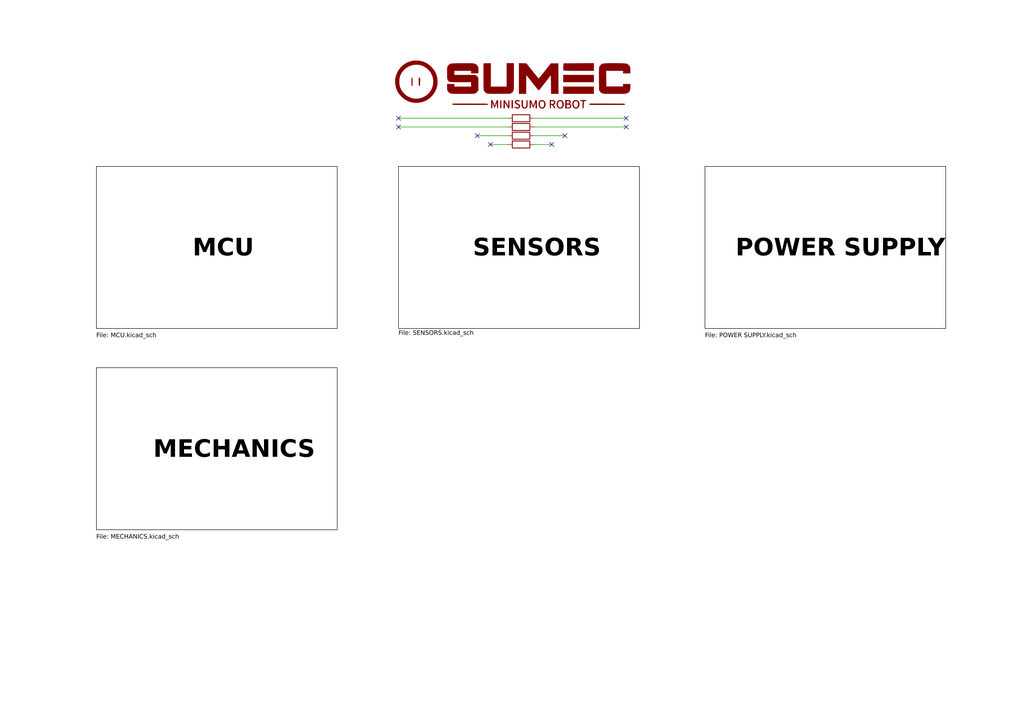
<source format=kicad_sch>
(kicad_sch (version 20230121) (generator eeschema)
  (paper "A4")
  (title_block (title "SUMEC SMD") (company "SPŠ NA PROSEKU"))
  (lib_symbols
    (symbol "Device:R" (pin_numbers hide) (pin_names (offset 0))
      (property "Reference" "R" (at 2.032 0 90))
      (property "Value" "R" (at 0 0 90))
      (symbol "R_0_1"
        (rectangle (start -1.016 -2.54) (end 1.016 2.54) (stroke (width 0.254)))
      )
      (symbol "R_1_1"
        (pin passive line (at 0 3.81 270) (length 1.27) (name "~") (number "1"))
        (pin passive line (at 0 -3.81 90) (length 1.27) (name "~") (number "2"))
      )
    )
    (symbol "some magic shit (logo):LOGO" (pin_names (offset 1.016))
      (symbol "LOGO_0_0"
        (polyline (pts (xy 24.892 -0.762) (xy 24.892 0.254) (xy 20.4893 0.254) (xy 16.0867 0.254) (xy 16.0867 -0.762) (xy 16.0867 -1.778) (xy 20.4893 -1.778) (xy 24.892 -1.778) (xy 24.892 -0.762)) (stroke (width 0.01)) (fill (type outline)))
        (polyline (pts (xy 24.892 2.6246) (xy 24.892 3.6406) (xy 20.4893 3.6406) (xy 16.0867 3.6406) (xy 16.0867 2.6246) (xy 16.0867 1.6086) (xy 20.4893 1.6086) (xy 24.892 1.6086) (xy 24.892 2.6246)) (stroke (width 0.01)) (fill (type outline)))
        (polyline (pts (xy 24.892 5.9697) (xy 24.892 7.0288) (xy 20.5105 7.0069) (xy 16.129 6.985) (xy 16.1048 6.0591) (xy 16.0992 5.7489) (xy 16.0997 5.4039) (xy 16.108 5.1483) (xy 16.1233 5.0219) (xy 16.1463 5.0024) (xy 16.2307 4.9799) (xy 16.3875 4.9612) (xy 16.6287 4.9459) (xy 16.9665 4.9339) (xy 17.4131 4.9247) (xy 17.9805 4.9181) (xy 18.6809 4.9138) (xy 19.5263 4.9114) (xy 20.529 4.9106) (xy 24.892 4.9106) (xy 24.892 5.9697)) (stroke (width 0.01)) (fill (type outline)))
        (polyline (pts (xy -27.7929 0.5106) (xy -27.7475 0.5542) (xy -27.7167 0.67) (xy -27.6979 0.8822) (xy -27.6886 1.2153) (xy -27.686 1.6933) (xy -27.6863 1.8811) (xy -27.691 2.3049) (xy -27.7034 2.5923) (xy -27.7261 2.7676) (xy -27.7618 2.8549) (xy -27.813 2.8786) (xy -27.8331 2.876) (xy -27.8785 2.8325) (xy -27.9093 2.7167) (xy -27.9281 2.5044) (xy -27.9375 2.1714) (xy -27.94 1.6933) (xy -27.9397 1.5055) (xy -27.9351 1.0817) (xy -27.9227 0.7943) (xy -27.8999 0.6191) (xy -27.8642 0.5317) (xy -27.813 0.508) (xy -27.7929 0.5106)) (stroke (width 0.01)) (fill (type outline)))
        (polyline (pts (xy -2.0542 -6.0087) (xy -2.0088 -5.9652) (xy -1.978 -5.8494) (xy -1.9593 -5.6371) (xy -1.9499 -5.3041) (xy -1.9473 -4.826) (xy -1.9476 -4.6382) (xy -1.9523 -4.2144) (xy -1.9647 -3.927) (xy -1.9874 -3.7518) (xy -2.0231 -3.6644) (xy -2.0743 -3.6407) (xy -2.0945 -3.6433) (xy -2.1399 -3.6869) (xy -2.1707 -3.8027) (xy -2.1894 -4.0149) (xy -2.1988 -4.348) (xy -2.2013 -4.826) (xy -2.2011 -5.0138) (xy -2.1964 -5.4376) (xy -2.184 -5.725) (xy -2.1613 -5.9003) (xy -2.1256 -5.9876) (xy -2.0743 -6.0114) (xy -2.0542 -6.0087)) (stroke (width 0.01)) (fill (type outline)))
        (polyline (pts (xy -25.6355 0.5376) (xy -25.5867 0.5925) (xy -25.553 0.7115) (xy -25.5303 0.9207) (xy -25.5151 1.2466) (xy -25.5035 1.7155) (xy -25.5016 1.8092) (xy -25.4945 2.2456) (xy -25.4958 2.5436) (xy -25.5088 2.7297) (xy -25.5368 2.83) (xy -25.5833 2.8709) (xy -25.6516 2.8786) (xy -25.6681 2.8784) (xy -25.7311 2.8651) (xy -25.7743 2.8123) (xy -25.8014 2.6941) (xy -25.8161 2.4844) (xy -25.8222 2.1575) (xy -25.8233 1.6871) (xy -25.822 1.2475) (xy -25.8156 0.9099) (xy -25.8009 0.6938) (xy -25.7747 0.574) (xy -25.7338 0.5258) (xy -25.6752 0.524) (xy -25.6355 0.5376)) (stroke (width 0.01)) (fill (type outline)))
        (polyline (pts (xy 1.2862 -6.0112) (xy 1.3504 -5.9995) (xy 1.3934 -5.95) (xy 1.4186 -5.8364) (xy 1.4292 -5.6325) (xy 1.4288 -5.3118) (xy 1.4205 -4.8482) (xy 1.4135 -4.5376) (xy 1.4001 -4.161) (xy 1.3807 -3.9109) (xy 1.3515 -3.7611) (xy 1.3088 -3.6851) (xy 1.2488 -3.6567) (xy 1.1941 -3.657) (xy 1.152 -3.7006) (xy 1.1248 -3.8138) (xy 1.1092 -4.0214) (xy 1.1023 -4.3484) (xy 1.1007 -4.8198) (xy 1.1007 -4.9338) (xy 1.1026 -5.3713) (xy 1.1102 -5.671) (xy 1.1273 -5.8588) (xy 1.1575 -5.9609) (xy 1.2046 -6.0031) (xy 1.2724 -6.0114) (xy 1.2862 -6.0112)) (stroke (width 0.01)) (fill (type outline)))
        (polyline (pts (xy 21.8443 -5.9928) (xy 21.8856 -5.9052) (xy 21.9141 -5.7228) (xy 21.9335 -5.4207) (xy 21.9472 -4.9742) (xy 21.971 -3.937) (xy 22.3308 -3.911) (xy 22.406 -3.9042) (xy 22.622 -3.8529) (xy 22.6907 -3.7599) (xy 22.6849 -3.7291) (xy 22.627 -3.6834) (xy 22.4837 -3.6587) (xy 22.2272 -3.6516) (xy 21.8297 -3.6589) (xy 21.6455 -3.6652) (xy 21.2574 -3.6915) (xy 21.0236 -3.7322) (xy 20.9336 -3.7889) (xy 20.9336 -3.8261) (xy 21.0346 -3.8783) (xy 21.2866 -3.8947) (xy 21.6747 -3.8947) (xy 21.6747 -4.953) (xy 21.6774 -5.3831) (xy 21.6883 -5.6956) (xy 21.7103 -5.8877) (xy 21.7462 -5.9846) (xy 21.799 -6.0114) (xy 21.8443 -5.9928)) (stroke (width 0.01)) (fill (type outline)))
        (polyline (pts (xy 19.8508 -6.0679) (xy 20.1137 -5.9722) (xy 20.3718 -5.7941) (xy 20.5837 -5.4864) (xy 20.7055 -5.1041) (xy 20.7242 -4.6901) (xy 20.6266 -4.2872) (xy 20.552 -4.139) (xy 20.3035 -3.853) (xy 19.9923 -3.6832) (xy 19.6539 -3.6311) (xy 19.3236 -3.6987) (xy 19.037 -3.8875) (xy 18.8294 -4.1994) (xy 18.7352 -4.5194) (xy 18.7256 -4.743) (xy 19.0121 -4.743) (xy 19.0863 -4.3678) (xy 19.2707 -4.054) (xy 19.3739 -3.9731) (xy 19.6333 -3.8992) (xy 19.9156 -3.929) (xy 20.1485 -4.0619) (xy 20.3091 -4.3084) (xy 20.3982 -4.6603) (xy 20.3942 -5.0389) (xy 20.2983 -5.3873) (xy 20.1119 -5.6487) (xy 19.8603 -5.8086) (xy 19.6216 -5.8165) (xy 19.3598 -5.6681) (xy 19.1823 -5.4671) (xy 19.045 -5.1269) (xy 19.0121 -4.743) (xy 18.7256 -4.743) (xy 18.7164 -4.9587) (xy 18.8121 -5.3699) (xy 19.0116 -5.7129) (xy 19.304 -5.9477) (xy 19.4409 -6.0133) (xy 19.6544 -6.0824) (xy 19.8508 -6.0679)) (stroke (width 0.01)) (fill (type outline)))
        (polyline (pts (xy 10.0236 -6.0697) (xy 10.2841 -5.9757) (xy 10.4231 -5.8989) (xy 10.6719 -5.6361) (xy 10.8344 -5.2757) (xy 10.8961 -4.8577) (xy 10.8426 -4.4223) (xy 10.7056 -4.1081) (xy 10.46 -3.8397) (xy 10.154 -3.6793) (xy 9.8217 -3.6309) (xy 9.4972 -3.6986) (xy 9.2146 -3.8868) (xy 9.008 -4.1994) (xy 8.9138 -4.5194) (xy 8.9048 -4.7307) (xy 9.1835 -4.7307) (xy 9.2399 -4.4159) (xy 9.3724 -4.149) (xy 9.5821 -3.9639) (xy 9.8698 -3.8947) (xy 9.9512 -3.8983) (xy 10.2539 -3.9997) (xy 10.4597 -4.2332) (xy 10.5635 -4.59) (xy 10.5598 -5.0611) (xy 10.5507 -5.1307) (xy 10.4634 -5.4329) (xy 10.2906 -5.6487) (xy 10.2744 -5.6623) (xy 10.0812 -5.7879) (xy 9.9224 -5.8363) (xy 9.7018 -5.7896) (xy 9.4625 -5.6229) (xy 9.2958 -5.3682) (xy 9.2025 -5.0595) (xy 9.1835 -4.7307) (xy 8.9048 -4.7307) (xy 8.895 -4.9587) (xy 8.9908 -5.3699) (xy 9.1903 -5.7129) (xy 9.4827 -5.9477) (xy 9.609 -6.0085) (xy 9.8269 -6.0816) (xy 10.0236 -6.0697)) (stroke (width 0.01)) (fill (type outline)))
        (polyline (pts (xy 15.3672 -6.0448) (xy 15.6848 -5.9029) (xy 15.9399 -5.6405) (xy 16.1097 -5.2753) (xy 16.1713 -4.8254) (xy 16.1649 -4.6815) (xy 16.0608 -4.2609) (xy 15.8446 -3.9318) (xy 15.5362 -3.7173) (xy 15.1553 -3.6407) (xy 14.8789 -3.6747) (xy 14.5453 -3.8468) (xy 14.3019 -4.162) (xy 14.1744 -4.5244) (xy 14.1534 -4.8439) (xy 14.478 -4.8439) (xy 14.5112 -4.4454) (xy 14.6306 -4.1334) (xy 14.8431 -3.9528) (xy 15.1553 -3.8947) (xy 15.4397 -3.9412) (xy 15.6623 -4.1085) (xy 15.7912 -4.4064) (xy 15.8327 -4.8439) (xy 15.83 -5.0254) (xy 15.8026 -5.2619) (xy 15.7282 -5.43) (xy 15.5852 -5.5945) (xy 15.5347 -5.6416) (xy 15.3294 -5.7845) (xy 15.1553 -5.842) (xy 15.1161 -5.8375) (xy 14.926 -5.7527) (xy 14.7255 -5.5945) (xy 14.6375 -5.5011) (xy 14.5346 -5.3427) (xy 14.4886 -5.1453) (xy 14.478 -4.8439) (xy 14.1534 -4.8439) (xy 14.146 -4.9567) (xy 14.2359 -5.3653) (xy 14.4344 -5.7101) (xy 14.732 -5.9512) (xy 15.0097 -6.0485) (xy 15.3672 -6.0448)) (stroke (width 0.01)) (fill (type outline)))
        (polyline (pts (xy -3.4592 -1.759) (xy -2.5757 -1.755) (xy 0.733 -1.7357) (xy 1.0511 -1.493) (xy 1.1577 -1.4127) (xy 1.2861 -1.3125) (xy 1.3922 -1.2129) (xy 1.4781 -1.0982) (xy 1.5458 -0.9532) (xy 1.5977 -0.7623) (xy 1.6357 -0.5102) (xy 1.662 -0.1814) (xy 1.6788 0.2396) (xy 1.6881 0.7682) (xy 1.6922 1.4198) (xy 1.6931 2.2099) (xy 1.693 3.1538) (xy 1.6933 7.0273) (xy 0.6773 7.0273) (xy -0.3387 7.0273) (xy -0.3387 3.6406) (xy -0.3387 0.254) (xy -2.667 0.254) (xy -4.9953 0.254) (xy -4.9953 3.6433) (xy -4.9953 7.0325) (xy -6.0325 7.0088) (xy -7.0697 6.985) (xy -7.0697 3.2596) (xy -7.0691 2.7413) (xy -7.0658 1.983) (xy -7.0601 1.2829) (xy -7.0522 0.6595) (xy -7.0425 0.1312) (xy -7.0311 -0.2833) (xy -7.0185 -0.5655) (xy -7.005 -0.697) (xy -6.892 -0.936) (xy -6.6718 -1.228) (xy -6.4035 -1.4895) (xy -6.1399 -1.6615) (xy -6.1326 -1.6646) (xy -6.0245 -1.6939) (xy -5.8495 -1.7173) (xy -5.5931 -1.7351) (xy -5.2404 -1.7478) (xy -4.777 -1.7558) (xy -4.1881 -1.7594) (xy -3.4592 -1.759)) (stroke (width 0.01)) (fill (type outline)))
        (polyline (pts (xy 3.0887 -5.9946) (xy 3.3655 -5.7978) (xy 3.4325 -5.7126) (xy 3.5456 -5.4386) (xy 3.4903 -5.1782) (xy 3.2666 -4.9311) (xy 2.8741 -4.6969) (xy 2.8571 -4.6887) (xy 2.5415 -4.5189) (xy 2.3689 -4.372) (xy 2.3207 -4.2237) (xy 2.3783 -4.0497) (xy 2.424 -3.981) (xy 2.5525 -3.9105) (xy 2.7802 -3.9151) (xy 2.8061 -3.9184) (xy 3.0552 -3.963) (xy 3.2385 -4.017) (xy 3.3439 -4.0391) (xy 3.3867 -3.9491) (xy 3.3625 -3.8549) (xy 3.2188 -3.727) (xy 2.9863 -3.655) (xy 2.7122 -3.6439) (xy 2.4437 -3.6988) (xy 2.2279 -3.8248) (xy 2.1552 -3.9022) (xy 2.0283 -4.1638) (xy 2.0577 -4.4278) (xy 2.2361 -4.6708) (xy 2.556 -4.8691) (xy 2.7211 -4.9443) (xy 3.0124 -5.1142) (xy 3.17 -5.2843) (xy 3.2173 -5.4762) (xy 3.1785 -5.6212) (xy 3.019 -5.7602) (xy 2.7771 -5.8118) (xy 2.4977 -5.7584) (xy 2.2242 -5.6553) (xy 2.0492 -5.6077) (xy 1.9675 -5.6225) (xy 1.9473 -5.6961) (xy 1.9548 -5.7269) (xy 2.065 -5.8455) (xy 2.2648 -5.9596) (xy 2.3458 -5.9912) (xy 2.7359 -6.0609) (xy 3.0887 -5.9946)) (stroke (width 0.01)) (fill (type outline)))
        (polyline (pts (xy -1.0433 -6.0094) (xy -0.9819 -5.9852) (xy -0.9461 -5.9091) (xy -0.931 -5.7518) (xy -0.9321 -5.4841) (xy -0.9446 -5.0765) (xy -0.9465 -5.0228) (xy -0.9584 -4.6495) (xy -0.9557 -4.4058) (xy -0.9269 -4.2943) (xy -0.86 -4.318) (xy -0.7433 -4.4796) (xy -0.5652 -4.7821) (xy -0.3137 -5.2282) (xy -0.2733 -5.2994) (xy -0.0315 -5.6947) (xy 0.1514 -5.9321) (xy 0.2752 -6.0113) (xy 0.3255 -6.002) (xy 0.3692 -5.9517) (xy 0.3977 -5.8346) (xy 0.4141 -5.625) (xy 0.4215 -5.2974) (xy 0.4233 -4.826) (xy 0.4231 -4.6774) (xy 0.4188 -4.2404) (xy 0.4067 -3.9422) (xy 0.3844 -3.7587) (xy 0.3494 -3.6662) (xy 0.2991 -3.6407) (xy 0.2672 -3.6485) (xy 0.2198 -3.7172) (xy 0.1874 -3.8781) (xy 0.1658 -4.157) (xy 0.1509 -4.5794) (xy 0.127 -5.5182) (xy -0.4107 -4.5748) (xy -0.5047 -4.411) (xy -0.7482 -4.0054) (xy -0.9305 -3.7508) (xy -1.0608 -3.6501) (xy -1.1487 -3.7065) (xy -1.2034 -3.9229) (xy -1.2345 -4.3025) (xy -1.2512 -4.8482) (xy -1.2542 -4.9974) (xy -1.2608 -5.417) (xy -1.2589 -5.7012) (xy -1.2447 -5.8764) (xy -1.2149 -5.969) (xy -1.1657 -6.0051) (xy -1.0937 -6.0114) (xy -1.0433 -6.0094)) (stroke (width 0.01)) (fill (type outline)))
        (polyline (pts (xy 5.2164 -5.9881) (xy 5.4822 -5.7978) (xy 5.5062 -5.7695) (xy 5.5816 -5.6591) (xy 5.6301 -5.5241) (xy 5.6576 -5.3283) (xy 5.6699 -5.0355) (xy 5.6727 -4.6096) (xy 5.6707 -4.2692) (xy 5.6606 -3.9546) (xy 5.6387 -3.7626) (xy 5.6015 -3.6668) (xy 5.5457 -3.6407) (xy 5.5116 -3.648) (xy 5.4651 -3.7111) (xy 5.4367 -3.8615) (xy 5.4225 -4.1266) (xy 5.4187 -4.5335) (xy 5.4185 -4.6573) (xy 5.4141 -5.0203) (xy 5.3977 -5.2623) (xy 5.3619 -5.4213) (xy 5.2994 -5.5353) (xy 5.2027 -5.6423) (xy 5.1425 -5.6994) (xy 4.9584 -5.8096) (xy 4.7582 -5.8032) (xy 4.6729 -5.7794) (xy 4.5183 -5.7017) (xy 4.4156 -5.5689) (xy 4.3547 -5.3527) (xy 4.3255 -5.0245) (xy 4.318 -4.5558) (xy 4.3178 -4.4046) (xy 4.3139 -4.0509) (xy 4.3004 -3.8271) (xy 4.2721 -3.7039) (xy 4.2233 -3.6516) (xy 4.1487 -3.6407) (xy 4.1463 -3.6407) (xy 4.0692 -3.6533) (xy 4.0203 -3.7111) (xy 3.9933 -3.8452) (xy 3.9818 -4.0866) (xy 3.9794 -4.4662) (xy 3.9817 -4.6601) (xy 4.0206 -5.1746) (xy 4.113 -5.5538) (xy 4.2663 -5.8191) (xy 4.4873 -5.9919) (xy 4.5581 -6.0232) (xy 4.8847 -6.0678) (xy 5.2164 -5.9881)) (stroke (width 0.01)) (fill (type outline)))
        (polyline (pts (xy 17.5898 -5.996) (xy 17.9282 -5.9259) (xy 18.1537 -5.7888) (xy 18.2941 -5.5732) (xy 18.3087 -5.5347) (xy 18.3372 -5.2476) (xy 18.238 -4.9988) (xy 18.0298 -4.841) (xy 17.855 -4.7764) (xy 18.0291 -4.6187) (xy 18.0573 -4.5911) (xy 18.184 -4.3494) (xy 18.1742 -4.0801) (xy 18.0278 -3.8467) (xy 17.9086 -3.7691) (xy 17.6536 -3.695) (xy 17.2658 -3.6547) (xy 16.6793 -3.6216) (xy 16.6793 -4.6567) (xy 17.018 -4.6567) (xy 17.018 -4.2757) (xy 17.018 -3.8947) (xy 17.3506 -3.8947) (xy 17.4797 -3.9023) (xy 17.7475 -3.9835) (xy 17.9061 -4.132) (xy 17.9356 -4.321) (xy 17.8163 -4.5236) (xy 17.8031 -4.5356) (xy 17.6126 -4.6223) (xy 17.3506 -4.6567) (xy 17.018 -4.6567) (xy 16.6793 -4.6567) (xy 16.6793 -4.8165) (xy 16.6793 -5.865) (xy 17.018 -5.865) (xy 17.018 -5.3879) (xy 17.018 -4.9107) (xy 17.3622 -4.9107) (xy 17.4727 -4.9132) (xy 17.7933 -4.9689) (xy 17.976 -5.104) (xy 18.034 -5.3266) (xy 18.0043 -5.5124) (xy 17.9196 -5.6622) (xy 17.8719 -5.6909) (xy 17.6729 -5.7591) (xy 17.4116 -5.8111) (xy 17.018 -5.865) (xy 16.6793 -5.865) (xy 16.6793 -6.0114) (xy 17.2257 -6.0114) (xy 17.5898 -5.996)) (stroke (width 0.01)) (fill (type outline)))
        (polyline (pts (xy -10.1002 -4.9952) (xy -9.154 -4.9946) (xy -8.3555 -4.9929) (xy -7.6924 -4.99) (xy -7.1521 -4.9855) (xy -6.7225 -4.979) (xy -6.3911 -4.97) (xy -6.1456 -4.9584) (xy -5.9736 -4.9437) (xy -5.8627 -4.9256) (xy -5.8007 -4.9037) (xy -5.775 -4.8777) (xy -5.7735 -4.8472) (xy -5.7801 -4.8276) (xy -5.8074 -4.7997) (xy -5.8662 -4.776) (xy -5.9691 -4.756) (xy -6.1286 -4.7394) (xy -6.3571 -4.7257) (xy -6.6673 -4.7145) (xy -7.0717 -4.7055) (xy -7.5827 -4.6981) (xy -8.213 -4.692) (xy -8.975 -4.6867) (xy -9.8813 -4.6819) (xy -10.9443 -4.6772) (xy -11.3733 -4.6754) (xy -12.3716 -4.6714) (xy -13.2179 -4.6686) (xy -13.9249 -4.6675) (xy -14.5049 -4.6684) (xy -14.9707 -4.6716) (xy -15.3347 -4.6775) (xy -15.6095 -4.6865) (xy -15.8075 -4.699) (xy -15.9415 -4.7152) (xy -16.0238 -4.7356) (xy -16.0671 -4.7605) (xy -16.0839 -4.7903) (xy -16.0867 -4.8254) (xy -16.0864 -4.8402) (xy -16.0793 -4.873) (xy -16.0529 -4.9008) (xy -15.9948 -4.9241) (xy -15.8924 -4.9432) (xy -15.7332 -4.9585) (xy -15.5048 -4.9705) (xy -15.1947 -4.9796) (xy -14.7902 -4.9861) (xy -14.2789 -4.9905) (xy -13.6484 -4.9933) (xy -12.886 -4.9947) (xy -11.9793 -4.9953) (xy -10.9158 -4.9954) (xy -10.1002 -4.9952)) (stroke (width 0.01)) (fill (type outline)))
        (polyline (pts (xy 29.6084 -4.9952) (xy 30.5546 -4.9946) (xy 31.3531 -4.9929) (xy 32.0163 -4.99) (xy 32.5565 -4.9855) (xy 32.9862 -4.979) (xy 33.3175 -4.97) (xy 33.5631 -4.9584) (xy 33.7351 -4.9437) (xy 33.8459 -4.9256) (xy 33.908 -4.9037) (xy 33.9336 -4.8777) (xy 33.9352 -4.8472) (xy 33.9286 -4.8276) (xy 33.9013 -4.7997) (xy 33.8424 -4.776) (xy 33.7395 -4.756) (xy 33.5801 -4.7394) (xy 33.3515 -4.7257) (xy 33.0413 -4.7145) (xy 32.637 -4.7055) (xy 32.1259 -4.6981) (xy 31.4957 -4.692) (xy 30.7337 -4.6867) (xy 29.8274 -4.6819) (xy 28.7643 -4.6772) (xy 28.3353 -4.6754) (xy 27.3371 -4.6714) (xy 26.4907 -4.6686) (xy 25.7838 -4.6675) (xy 25.2037 -4.6684) (xy 24.738 -4.6716) (xy 24.374 -4.6775) (xy 24.0992 -4.6865) (xy 23.9011 -4.699) (xy 23.7672 -4.7152) (xy 23.6848 -4.7356) (xy 23.6416 -4.7605) (xy 23.6248 -4.7903) (xy 23.622 -4.8254) (xy 23.6223 -4.8402) (xy 23.6294 -4.873) (xy 23.6558 -4.9008) (xy 23.7139 -4.9241) (xy 23.8163 -4.9432) (xy 23.9754 -4.9585) (xy 24.2038 -4.9705) (xy 24.514 -4.9796) (xy 24.9185 -4.9861) (xy 25.4297 -4.9905) (xy 26.0603 -4.9933) (xy 26.8227 -4.9947) (xy 27.7293 -4.9953) (xy 28.7929 -4.9954) (xy 29.6084 -4.9952)) (stroke (width 0.01)) (fill (type outline)))
        (polyline (pts (xy 13.637 -6.0113) (xy 13.713 -5.9958) (xy 13.7222 -5.9302) (xy 13.6565 -5.7834) (xy 13.508 -5.5245) (xy 13.2197 -5.0377) (xy 13.4678 -4.841) (xy 13.5417 -4.7783) (xy 13.6797 -4.5859) (xy 13.716 -4.325) (xy 13.7135 -4.2416) (xy 13.6511 -3.983) (xy 13.489 -3.8093) (xy 13.2053 -3.7051) (xy 12.7784 -3.6547) (xy 12.192 -3.6216) (xy 12.192 -3.8947) (xy 12.446 -3.8947) (xy 12.8209 -3.8947) (xy 13.0472 -3.9175) (xy 13.305 -4.0252) (xy 13.4491 -4.1928) (xy 13.469 -4.3883) (xy 13.3544 -4.5801) (xy 13.0949 -4.7361) (xy 12.924 -4.7904) (xy 12.6639 -4.8228) (xy 12.5024 -4.7696) (xy 12.4842 -4.7294) (xy 12.4568 -4.5547) (xy 12.446 -4.3039) (xy 12.446 -3.8947) (xy 12.192 -3.8947) (xy 12.192 -4.8165) (xy 12.1923 -5.0173) (xy 12.1971 -5.4396) (xy 12.2096 -5.726) (xy 12.2323 -5.9007) (xy 12.2679 -5.9877) (xy 12.319 -6.0114) (xy 12.3363 -6.0101) (xy 12.4025 -5.9547) (xy 12.4364 -5.7945) (xy 12.446 -5.4977) (xy 12.446 -5.4227) (xy 12.4519 -5.172) (xy 12.4802 -5.0449) (xy 12.5483 -5.0037) (xy 12.6739 -5.0109) (xy 12.6986 -5.0145) (xy 12.8507 -5.0798) (xy 13.0026 -5.2393) (xy 13.1857 -5.5245) (xy 13.2886 -5.6912) (xy 13.4805 -5.9317) (xy 13.6329 -6.0114) (xy 13.637 -6.0113)) (stroke (width 0.01)) (fill (type outline)))
        (polyline (pts (xy 5.2493 0.9313) (xy 5.25 1.3141) (xy 5.2545 1.9415) (xy 5.2627 2.4997) (xy 5.274 2.9688) (xy 5.2879 3.3287) (xy 5.3038 3.5593) (xy 5.3213 3.6407) (xy 5.3616 3.6053) (xy 5.4975 3.4522) (xy 5.7152 3.1921) (xy 6.0023 2.8404) (xy 6.3461 2.4127) (xy 6.7341 1.9244) (xy 7.1536 1.3908) (xy 7.5921 0.8322) (xy 8.0003 0.3181) (xy 8.3244 -0.0816) (xy 8.5739 -0.3779) (xy 8.7583 -0.5816) (xy 8.8872 -0.7037) (xy 8.9702 -0.7552) (xy 9.0167 -0.747) (xy 9.0475 -0.7103) (xy 9.1761 -0.5502) (xy 9.388 -0.2829) (xy 9.6701 0.0748) (xy 10.0089 0.506) (xy 10.3913 0.9939) (xy 10.8039 1.5216) (xy 12.4883 3.6783) (xy 12.5107 0.9501) (xy 12.533 -1.778) (xy 13.5909 -1.778) (xy 14.6488 -1.778) (xy 14.6269 2.6035) (xy 14.605 6.985) (xy 13.538 6.985) (xy 12.4709 6.985) (xy 10.744 4.7893) (xy 10.468 4.4395) (xy 10.07 3.9391) (xy 9.7116 3.4932) (xy 9.4058 3.1175) (xy 9.1653 2.828) (xy 9.0032 2.6404) (xy 8.9323 2.5706) (xy 8.8935 2.5981) (xy 8.7585 2.7409) (xy 8.5416 2.9916) (xy 8.2554 3.3348) (xy 7.9128 3.7552) (xy 7.5266 4.2375) (xy 7.1094 4.7662) (xy 5.3711 6.985) (xy 4.2942 7.0087) (xy 3.2173 7.0324) (xy 3.2173 2.6272) (xy 3.2173 -1.778) (xy 4.2333 -1.778) (xy 5.2493 -1.778) (xy 5.2493 0.9313)) (stroke (width 0.01)) (fill (type outline)))
        (polyline (pts (xy -2.9873 -6.0096) (xy -2.9415 -5.9679) (xy -2.9103 -5.8527) (xy -2.8911 -5.6399) (xy -2.8814 -5.3056) (xy -2.8787 -4.826) (xy -2.8787 -4.8031) (xy -2.8803 -4.3399) (xy -2.8873 -4.0191) (xy -2.9032 -3.8147) (xy -2.9315 -3.7007) (xy -2.9757 -3.6514) (xy -3.0394 -3.6407) (xy -3.0993 -3.6543) (xy -3.1959 -3.7481) (xy -3.3025 -3.9535) (xy -3.4351 -4.2969) (xy -3.4607 -4.3685) (xy -3.58 -4.7017) (xy -3.6816 -4.9854) (xy -3.7459 -5.1647) (xy -3.7883 -5.2642) (xy -3.8337 -5.2998) (xy -3.8903 -5.2463) (xy -3.9693 -5.0858) (xy -4.0815 -4.8008) (xy -4.2382 -4.3735) (xy -4.3634 -4.0445) (xy -4.4759 -3.8031) (xy -4.5714 -3.677) (xy -4.6647 -3.6407) (xy -4.6685 -3.6407) (xy -4.7313 -3.6526) (xy -4.7748 -3.7042) (xy -4.8025 -3.8214) (xy -4.8179 -4.0301) (xy -4.8246 -4.3564) (xy -4.826 -4.826) (xy -4.8257 -5.0138) (xy -4.8211 -5.4376) (xy -4.8087 -5.725) (xy -4.7859 -5.9003) (xy -4.7502 -5.9876) (xy -4.699 -6.0114) (xy -4.6572 -5.9988) (xy -4.6143 -5.9249) (xy -4.5874 -5.7613) (xy -4.5729 -5.4815) (xy -4.5672 -5.0589) (xy -4.5624 -4.1064) (xy -4.261 -4.9319) (xy -4.1633 -5.1861) (xy -4.0347 -5.4811) (xy -3.9278 -5.6827) (xy -3.8588 -5.7574) (xy -3.8148 -5.7191) (xy -3.7186 -5.5508) (xy -3.5971 -5.2793) (xy -3.4666 -4.9383) (xy -3.175 -4.1193) (xy -3.1511 -5.0653) (xy -3.1436 -5.315) (xy -3.1258 -5.6581) (xy -3.099 -5.8715) (xy -3.0594 -5.9806) (xy -3.0029 -6.0114) (xy -2.9873 -6.0096)) (stroke (width 0.01)) (fill (type outline)))
        (polyline (pts (xy 8.2291 -6.0111) (xy 8.2942 -5.9989) (xy 8.3374 -5.9491) (xy 8.3624 -5.8353) (xy 8.3726 -5.6313) (xy 8.3716 -5.3107) (xy 8.3632 -4.8472) (xy 8.3628 -4.8263) (xy 8.3519 -4.3673) (xy 8.3382 -4.0498) (xy 8.3174 -3.847) (xy 8.2849 -3.732) (xy 8.2363 -3.6781) (xy 8.1673 -3.6583) (xy 8.101 -3.6608) (xy 8.0229 -3.7158) (xy 7.9402 -3.8538) (xy 7.8381 -4.101) (xy 7.7017 -4.4838) (xy 7.604 -4.7598) (xy 7.4921 -5.0568) (xy 7.4073 -5.2592) (xy 7.3629 -5.334) (xy 7.334 -5.2931) (xy 7.256 -5.1226) (xy 7.1462 -4.8499) (xy 7.0183 -4.5085) (xy 6.9653 -4.364) (xy 6.8314 -4.0249) (xy 6.7253 -3.8119) (xy 6.6315 -3.698) (xy 6.5345 -3.656) (xy 6.5015 -3.6516) (xy 6.4384 -3.6564) (xy 6.3958 -3.7032) (xy 6.3697 -3.8175) (xy 6.3561 -4.0248) (xy 6.3508 -4.3505) (xy 6.35 -4.8201) (xy 6.3503 -5.016) (xy 6.355 -5.4389) (xy 6.3675 -5.7256) (xy 6.3902 -5.9005) (xy 6.4259 -5.9877) (xy 6.477 -6.0114) (xy 6.5241 -5.9941) (xy 6.5644 -5.9124) (xy 6.5896 -5.7396) (xy 6.6031 -5.4497) (xy 6.6084 -5.0165) (xy 6.6128 -4.0217) (xy 6.9084 -4.8255) (xy 6.9946 -5.0539) (xy 7.1214 -5.3693) (xy 7.2248 -5.6021) (xy 7.2885 -5.7138) (xy 7.3117 -5.7339) (xy 7.3718 -5.7458) (xy 7.4382 -5.68) (xy 7.5225 -5.5157) (xy 7.6363 -5.2321) (xy 7.791 -4.8084) (xy 7.8572 -4.6252) (xy 7.9642 -4.3368) (xy 8.0419 -4.138) (xy 8.0769 -4.064) (xy 8.0815 -4.1344) (xy 8.08 -4.3423) (xy 8.0724 -4.6545) (xy 8.0593 -5.0377) (xy 8.0474 -5.3627) (xy 8.0408 -5.6729) (xy 8.049 -5.8641) (xy 8.0761 -5.9651) (xy 8.1265 -6.0046) (xy 8.2044 -6.0114) (xy 8.2291 -6.0111)) (stroke (width 0.01)) (fill (type outline)))
        (polyline (pts (xy 31.6452 -1.774) (xy 32.3625 -1.7722) (xy 32.9419 -1.7683) (xy 33.4006 -1.7615) (xy 33.7559 -1.7511) (xy 34.025 -1.7363) (xy 34.2254 -1.7165) (xy 34.3742 -1.6907) (xy 34.4888 -1.6584) (xy 34.5863 -1.6188) (xy 34.9073 -1.4335) (xy 35.1734 -1.1658) (xy 35.349 -0.8122) (xy 35.4457 -0.3481) (xy 35.4753 0.2513) (xy 35.4753 1.016) (xy 34.4642 1.016) (xy 33.4531 1.016) (xy 33.427 0.6561) (xy 33.401 0.2963) (xy 30.9457 0.2963) (xy 28.4903 0.2963) (xy 28.4678 2.6035) (xy 28.4453 4.9107) (xy 30.9443 4.9106) (xy 33.4433 4.9106) (xy 33.4433 4.5296) (xy 33.4433 4.1486) (xy 34.4593 4.1486) (xy 35.4753 4.1486) (xy 35.4753 4.9557) (xy 35.4753 4.9792) (xy 35.4601 5.4299) (xy 35.4203 5.7969) (xy 35.3604 6.0378) (xy 35.3386 6.0862) (xy 35.1087 6.4228) (xy 34.787 6.7196) (xy 34.4384 6.9145) (xy 34.4079 6.9228) (xy 34.2025 6.9488) (xy 33.8583 6.9712) (xy 33.399 6.9898) (xy 32.8482 7.0046) (xy 32.2296 7.0156) (xy 31.5668 7.0226) (xy 30.8833 7.0257) (xy 30.2029 7.0248) (xy 29.5493 7.0197) (xy 28.9459 7.0106) (xy 28.4164 6.9972) (xy 27.9846 6.9796) (xy 27.6739 6.9577) (xy 27.5081 6.9314) (xy 27.2146 6.781) (xy 26.9028 6.5259) (xy 26.6447 6.2242) (xy 26.4932 5.9282) (xy 26.4875 5.9041) (xy 26.4646 5.6941) (xy 26.447 5.3258) (xy 26.4348 4.8082) (xy 26.4282 4.1502) (xy 26.4272 3.3608) (xy 26.4322 2.449) (xy 26.4583 -0.7323) (xy 26.6967 -1.0925) (xy 26.9337 -1.371) (xy 27.2894 -1.6135) (xy 27.385 -1.6528) (xy 27.4976 -1.6865) (xy 27.6403 -1.7133) (xy 27.8306 -1.7341) (xy 28.0859 -1.7496) (xy 28.4236 -1.7605) (xy 28.861 -1.7677) (xy 29.4155 -1.7719) (xy 30.1046 -1.7738) (xy 30.9457 -1.7743) (xy 31.6452 -1.774)) (stroke (width 0.01)) (fill (type outline)))
        (polyline (pts (xy -25.81 -4.3389) (xy -24.9594 -4.1801) (xy -24.1769 -3.9211) (xy -24.0688 -3.8743) (xy -23.2148 -3.4069) (xy -22.4547 -2.8149) (xy -21.7992 -2.1165) (xy -21.2591 -1.3299) (xy -20.8453 -0.4733) (xy -20.5684 0.4352) (xy -20.4392 1.3774) (xy -20.4686 2.335) (xy -20.5659 2.9603) (xy -20.7979 3.8081) (xy -21.1477 4.5769) (xy -21.632 5.3007) (xy -22.2673 6.0136) (xy -22.8916 6.5708) (xy -23.7102 7.1141) (xy -24.5872 7.4996) (xy -25.5293 7.73) (xy -26.543 7.8081) (xy -26.7382 7.8064) (xy -27.5889 7.7371) (xy -28.3734 7.5564) (xy -29.1524 7.2517) (xy -29.5748 7.0348) (xy -30.4048 6.4737) (xy -31.1243 5.7905) (xy -31.7236 4.9972) (xy -32.1933 4.1055) (xy -32.5235 3.1271) (xy -32.5617 2.9711) (xy -32.6303 2.6284) (xy -32.666 2.2998) (xy -32.6736 1.9244) (xy -32.6688 1.778) (xy -31.5314 1.778) (xy -31.5274 1.9993) (xy -31.475 2.6502) (xy -31.3493 3.2205) (xy -31.1328 3.7724) (xy -30.8083 4.3681) (xy -30.3792 4.9565) (xy -29.774 5.5386) (xy -29.0677 6.0177) (xy -28.2872 6.3787) (xy -27.4592 6.6069) (xy -26.6107 6.6874) (xy -26.1503 6.6728) (xy -25.5745 6.5927) (xy -25.0112 6.4286) (xy -24.3926 6.1645) (xy -24.3205 6.1293) (xy -23.5771 5.6697) (xy -22.9417 5.0964) (xy -22.4211 4.4292) (xy -22.0223 3.6879) (xy -21.7522 2.8924) (xy -21.6177 2.0626) (xy -21.6256 1.2184) (xy -21.783 0.3795) (xy -22.0967 -0.4341) (xy -22.3646 -0.9153) (xy -22.919 -1.6525) (xy -23.5826 -2.2612) (xy -24.3514 -2.7382) (xy -25.2216 -3.0799) (xy -25.5377 -3.1522) (xy -25.9787 -3.2163) (xy -26.4493 -3.2573) (xy -26.8848 -3.2697) (xy -27.2203 -3.2481) (xy -27.8483 -3.1125) (xy -28.702 -2.791) (xy -29.4801 -2.332) (xy -30.1619 -1.7483) (xy -30.7269 -1.0528) (xy -30.9205 -0.7477) (xy -31.2138 -0.1758) (xy -31.4037 0.4019) (xy -31.5048 1.0362) (xy -31.5314 1.778) (xy -32.6688 1.778) (xy -32.6578 1.4415) (xy -32.5776 0.6217) (xy -32.3707 -0.2585) (xy -32.031 -1.0617) (xy -31.5465 -1.8159) (xy -30.9049 -2.5485) (xy -30.7688 -2.6833) (xy -30.0989 -3.2625) (xy -29.4117 -3.7049) (xy -28.6642 -4.0346) (xy -27.813 -4.2757) (xy -27.4945 -4.3343) (xy -26.6734 -4.3921) (xy -25.81 -4.3389)) (stroke (width 0.01)) (fill (type outline)))
        (polyline (pts (xy -11.9423 -1.7761) (xy -11.3178 -1.7742) (xy -10.8202 -1.7698) (xy -10.432 -1.7621) (xy -10.1356 -1.7502) (xy -9.9136 -1.7333) (xy -9.7485 -1.7105) (xy -9.6227 -1.681) (xy -9.5187 -1.6439) (xy -9.4192 -1.5984) (xy -9.1053 -1.3892) (xy -8.8209 -1.0755) (xy -8.5937 -0.7323) (xy -8.5937 1.0245) (xy -8.5937 1.1807) (xy -8.5965 1.7788) (xy -8.6082 2.2378) (xy -8.6353 2.5823) (xy -8.6843 2.8369) (xy -8.7616 3.0264) (xy -8.8737 3.1753) (xy -9.0269 3.3083) (xy -9.2278 3.4501) (xy -9.2496 3.4649) (xy -9.3257 3.5121) (xy -9.4106 3.55) (xy -9.5219 3.5797) (xy -9.6776 3.602) (xy -9.8956 3.6181) (xy -10.1935 3.6289) (xy -10.5894 3.6356) (xy -11.1011 3.6391) (xy -11.7464 3.6404) (xy -12.5432 3.6406) (xy -15.5787 3.6406) (xy -15.5787 4.2756) (xy -15.5787 4.9106) (xy -13.1282 4.9106) (xy -10.6778 4.9106) (xy -10.6517 4.5508) (xy -10.6257 4.191) (xy -9.6097 4.191) (xy -8.5937 4.191) (xy -8.5688 4.9098) (xy -8.5821 5.422) (xy -8.6989 5.9854) (xy -8.9296 6.4253) (xy -9.2754 6.7437) (xy -9.7374 6.9428) (xy -9.9119 6.9683) (xy -10.2637 6.9899) (xy -10.7815 7.0049) (xy -11.4639 7.0132) (xy -12.3092 7.0149) (xy -13.3157 7.0099) (xy -13.8834 7.0055) (xy -14.6053 6.9992) (xy -15.1868 6.9923) (xy -15.6453 6.9839) (xy -15.9982 6.9726) (xy -16.2629 6.9576) (xy -16.4567 6.9377) (xy -16.5969 6.9118) (xy -16.7011 6.8787) (xy -16.7865 6.8376) (xy -16.8706 6.7871) (xy -16.9519 6.7301) (xy -17.1994 6.4961) (xy -17.3998 6.2293) (xy -17.4393 6.1609) (xy -17.5013 6.0382) (xy -17.5462 5.9069) (xy -17.5768 5.7402) (xy -17.5957 5.5113) (xy -17.6058 5.1934) (xy -17.6097 4.7598) (xy -17.6104 4.1835) (xy -17.6085 3.6711) (xy -17.5975 3.1396) (xy -17.5712 2.7349) (xy -17.5236 2.4332) (xy -17.4485 2.2106) (xy -17.3399 2.043) (xy -17.1916 1.9066) (xy -16.9976 1.7775) (xy -16.9351 1.742) (xy -16.8468 1.7045) (xy -16.7322 1.6747) (xy -16.5737 1.6519) (xy -16.3531 1.635) (xy -16.0528 1.6233) (xy -15.6547 1.6157) (xy -15.1409 1.6114) (xy -14.4936 1.6095) (xy -13.6948 1.609) (xy -10.668 1.6086) (xy -10.668 0.9313) (xy -10.668 0.254) (xy -13.1233 0.254) (xy -15.5787 0.254) (xy -15.5787 0.635) (xy -15.5787 1.016) (xy -16.6022 1.016) (xy -17.6257 1.016) (xy -17.597 0.0989) (xy -17.5931 -0.0223) (xy -17.5763 -0.3974) (xy -17.5502 -0.6552) (xy -17.5055 -0.837) (xy -17.4332 -0.9842) (xy -17.3242 -1.138) (xy -17.2666 -1.2071) (xy -17.0078 -1.443) (xy -16.7315 -1.616) (xy -16.6456 -1.6515) (xy -16.5338 -1.6854) (xy -16.3916 -1.7124) (xy -16.2017 -1.7335) (xy -15.9467 -1.7493) (xy -15.6091 -1.7606) (xy -15.1717 -1.7681) (xy -14.617 -1.7728) (xy -13.9278 -1.7752) (xy -13.0866 -1.7762) (xy -12.7111 -1.7763) (xy -11.9423 -1.7761)) (stroke (width 0.01)) (fill (type outline)))
      )
    )
  )
  (no_connect (at 163.83 39.37))
  (no_connect (at 160.02 41.91))
  (no_connect (at 181.61 36.83))
  (no_connect (at 115.57 34.29))
  (no_connect (at 138.43 39.37))
  (no_connect (at 142.24 41.91))
  (no_connect (at 115.57 36.83))
  (no_connect (at 181.61 34.29))
  (wire (pts (xy 138.43 39.37) (xy 147.32 39.37)))
  (wire (pts (xy 160.02 41.91) (xy 154.94 41.91)))
  (wire (pts (xy 163.83 39.37) (xy 154.94 39.37)))
  (wire (pts (xy 115.57 36.83) (xy 147.32 36.83)))
  (wire (pts (xy 115.57 34.29) (xy 147.32 34.29)))
  (wire (pts (xy 154.94 36.83) (xy 181.61 36.83)))
  (wire (pts (xy 142.24 41.91) (xy 147.32 41.91)))
  (wire (pts (xy 154.94 34.29) (xy 181.61 34.29)))
  (symbol (lib_id "Device:R") (at 151.13 39.37 270) (unit 1)
    (property "Reference" "R4" (effects hide))
    (property "Value" "R" (effects hide))
    (property "Footprint" "sumec-smdV2_library:SPS LOGO" (effects hide))
  )
  (symbol (lib_id "Device:R") (at 151.13 34.29 270) (unit 1)
    (property "Reference" "R20" (effects hide))
    (property "Value" "R" (effects hide))
    (property "Footprint" "sumec-smdV2_library:R2D2" (effects hide))
  )
  (symbol (lib_id "Device:R") (at 151.13 36.83 270) (unit 1)
    (property "Reference" "R21" (effects hide))
    (property "Value" "R" (effects hide))
    (property "Footprint" "sumec-smdV2_library:Logo" (effects hide))
  )
  (symbol (lib_id "Device:R") (at 151.13 41.91 270) (unit 1)
    (property "Reference" "R12" (effects hide))
    (property "Value" "R" (effects hide))
    (property "Footprint" "sumec-smdV2_library:VIGIL 2" (effects hide))
  )
  (symbol (lib_id "some magic shit (logo):LOGO") (at 147.32 25.4 0) (unit 1)
    (property "Reference" "#G1" (effects hide))
    (property "Value" "LOGO" (effects hide))
  )
  (sheet (at 27.94 106.68) (size 69.85 46.99) (stroke (width 0.1524) (color 0 0 0 1)) (fill (color 255 255 255 1.0000))
    (property "Sheetname" "MECHANICS" (at 44.45 133.35 0) (effects (font (size 5 5) bold) (justify left bottom)))
    (property "Sheetfile" "MECHANICS.kicad_sch" (at 27.94 154.94 0) (effects (justify left top)))
  )
  (sheet (at 27.94 48.26) (size 69.85 46.99) (stroke (width 0.1524) (color 0 0 0 1)) (fill (color 255 255 255 1.0000))
    (property "Sheetname" "MCU" (at 55.88 74.93 0) (effects (font (size 5 5) bold) (justify left bottom)))
    (property "Sheetfile" "MCU.kicad_sch" (at 27.94 96.52 0) (effects (justify left top)))
  )
  (sheet (at 204.47 48.26) (size 69.85 46.99) (stroke (width 0.1524) (color 0 0 0 1)) (fill (color 255 255 255 1.0000))
    (property "Sheetname" "POWER SUPPLY" (at 213.36 74.93 0) (effects (font (size 5 5) bold) (justify left bottom)))
    (property "Sheetfile" "POWER SUPPLY.kicad_sch" (at 204.47 96.52 0) (effects (justify left top)))
  )
  (sheet (at 115.57 48.26) (size 69.85 46.99) (stroke (width 0.1524) (color 0 0 0 1)) (fill (color 255 255 255 1.0000))
    (property "Sheetname" "SENSORS" (at 137.16 74.93 0) (effects (font (size 5 5) bold) (justify left bottom)))
    (property "Sheetfile" "SENSORS.kicad_sch" (at 115.57 95.8346 0) (effects (justify left top)))
  )
)
</source>
